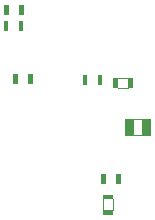
<source format=gbr>
%TF.GenerationSoftware,KiCad,Pcbnew,8.0.8+dfsg-1*%
%TF.CreationDate,2025-02-13T13:44:35+01:00*%
%TF.ProjectId,DigiKitkat,44696769-4b69-4746-9b61-742e6b696361,rev?*%
%TF.SameCoordinates,Original*%
%TF.FileFunction,Other,User*%
%FSLAX46Y46*%
G04 Gerber Fmt 4.6, Leading zero omitted, Abs format (unit mm)*
G04 Created by KiCad (PCBNEW 8.0.8+dfsg-1) date 2025-02-13 13:44:35*
%MOMM*%
%LPD*%
G01*
G04 APERTURE LIST*
%ADD10C,0.101600*%
%ADD11C,0.000000*%
G04 APERTURE END LIST*
D10*
%TO.C,C1*%
X156416330Y-105402010D02*
X157178330Y-105402010D01*
X156441220Y-106721790D02*
X157178330Y-106721790D01*
D11*
G36*
X156455190Y-106785800D02*
G01*
X155705130Y-106785800D01*
X155705130Y-105335720D01*
X156455190Y-105335720D01*
X156455190Y-106785800D01*
G37*
G36*
X157902990Y-106785800D02*
G01*
X157152930Y-106785800D01*
X157152930Y-105335720D01*
X157902990Y-105335720D01*
X157902990Y-106785800D01*
G37*
%TO.C,R5*%
G36*
X154090900Y-110913040D02*
G01*
X153684500Y-110913040D01*
X153684500Y-110049440D01*
X154090900Y-110049440D01*
X154090900Y-110913040D01*
G37*
G36*
X155360900Y-110913040D02*
G01*
X154954500Y-110913040D01*
X154954500Y-110049440D01*
X155360900Y-110049440D01*
X155360900Y-110913040D01*
G37*
%TO.C,R4*%
G36*
X152509410Y-102494010D02*
G01*
X152103010Y-102494010D01*
X152103010Y-101630410D01*
X152509410Y-101630410D01*
X152509410Y-102494010D01*
G37*
G36*
X153779410Y-102494010D02*
G01*
X153373010Y-102494010D01*
X153373010Y-101630410D01*
X153779410Y-101630410D01*
X153779410Y-102494010D01*
G37*
%TO.C,R3*%
G36*
X146640660Y-102415740D02*
G01*
X146234260Y-102415740D01*
X146234260Y-101552140D01*
X146640660Y-101552140D01*
X146640660Y-102415740D01*
G37*
G36*
X147910660Y-102415740D02*
G01*
X147504260Y-102415740D01*
X147504260Y-101552140D01*
X147910660Y-101552140D01*
X147910660Y-102415740D01*
G37*
%TO.C,R2*%
G36*
X147092440Y-97947490D02*
G01*
X146686040Y-97947490D01*
X146686040Y-97083890D01*
X147092440Y-97083890D01*
X147092440Y-97947490D01*
G37*
G36*
X145822440Y-97947490D02*
G01*
X145416040Y-97947490D01*
X145416040Y-97083890D01*
X145822440Y-97083890D01*
X145822440Y-97947490D01*
G37*
%TO.C,R1*%
G36*
X145827740Y-96566900D02*
G01*
X145421340Y-96566900D01*
X145421340Y-95703300D01*
X145827740Y-95703300D01*
X145827740Y-96566900D01*
G37*
G36*
X147097740Y-96566900D02*
G01*
X146691340Y-96566900D01*
X146691340Y-95703300D01*
X147097740Y-95703300D01*
X147097740Y-96566900D01*
G37*
D10*
%TO.C,LED2*%
X155053990Y-101918130D02*
X155954160Y-101918130D01*
X155053990Y-102718230D02*
X155954160Y-102718230D01*
D11*
G36*
X156353960Y-102768270D02*
G01*
X155954160Y-102768270D01*
X155954160Y-101868100D01*
X156353960Y-101868100D01*
X156353960Y-102768270D01*
G37*
G36*
X155053990Y-102768270D02*
G01*
X154654190Y-102768270D01*
X154654190Y-101868100D01*
X155053990Y-101868100D01*
X155053990Y-102768270D01*
G37*
D10*
%TO.C,LED1*%
X154650020Y-113076480D02*
X154650020Y-112176300D01*
X153849920Y-113076480D02*
X153849920Y-112176300D01*
D11*
G36*
X154700060Y-113476270D02*
G01*
X153799880Y-113476270D01*
X153799880Y-113076480D01*
X154700060Y-113076480D01*
X154700060Y-113476270D01*
G37*
G36*
X154700060Y-112176300D02*
G01*
X153799880Y-112176300D01*
X153799880Y-111776510D01*
X154700060Y-111776510D01*
X154700060Y-112176300D01*
G37*
%TD*%
M02*

</source>
